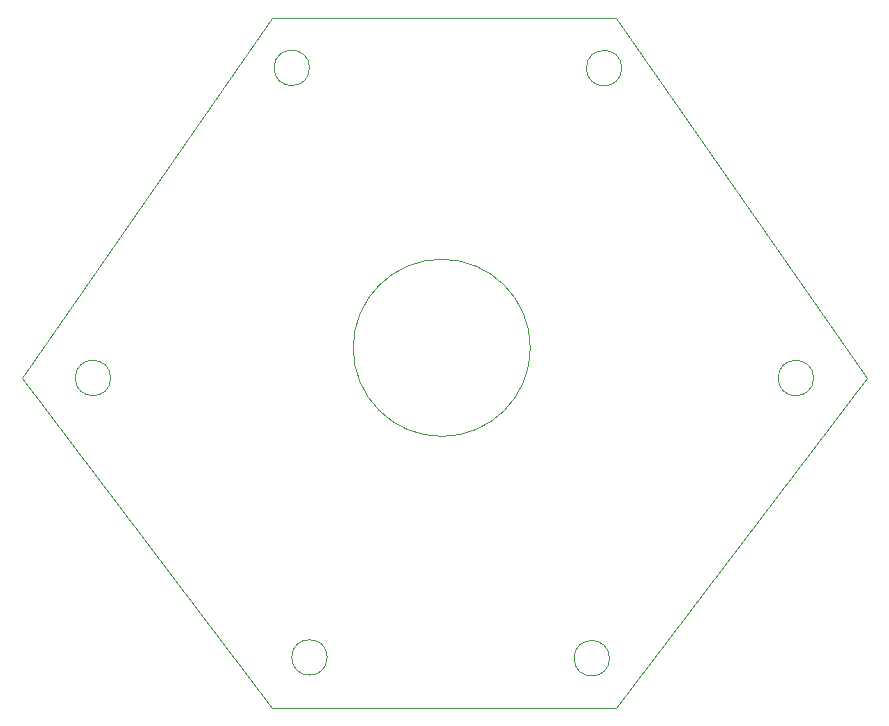
<source format=gbr>
%TF.GenerationSoftware,KiCad,Pcbnew,7.0.6*%
%TF.CreationDate,2023-07-29T19:13:38+05:30*%
%TF.ProjectId,Final_ESA,46696e61-6c5f-4455-9341-2e6b69636164,rev?*%
%TF.SameCoordinates,Original*%
%TF.FileFunction,Profile,NP*%
%FSLAX46Y46*%
G04 Gerber Fmt 4.6, Leading zero omitted, Abs format (unit mm)*
G04 Created by KiCad (PCBNEW 7.0.6) date 2023-07-29 19:13:38*
%MOMM*%
%LPD*%
G01*
G04 APERTURE LIST*
%TA.AperFunction,Profile*%
%ADD10C,0.100000*%
%TD*%
G04 APERTURE END LIST*
D10*
X158478554Y-111775550D02*
G75*
G03*
X158478554Y-111775550I-1500000J0D01*
G01*
X142240000Y-85537527D02*
G75*
G03*
X142240000Y-85537527I-1500000J0D01*
G01*
X117300000Y-135428649D02*
G75*
G03*
X117300000Y-135428649I-1500000J0D01*
G01*
X141200000Y-135501232D02*
G75*
G03*
X141200000Y-135501232I-1500000J0D01*
G01*
X115800000Y-85516792D02*
G75*
G03*
X115800000Y-85516792I-1500000J0D01*
G01*
X98966705Y-111770378D02*
G75*
G03*
X98966705Y-111770378I-1500000J0D01*
G01*
X141763104Y-81280000D02*
X163002338Y-111760000D01*
X141794206Y-139689633D01*
X112648984Y-139723326D01*
X91440000Y-111760000D01*
X112630853Y-81269633D01*
X141763104Y-81280000D01*
X134500000Y-109220000D02*
G75*
G03*
X134500000Y-109220000I-7500000J0D01*
G01*
M02*

</source>
